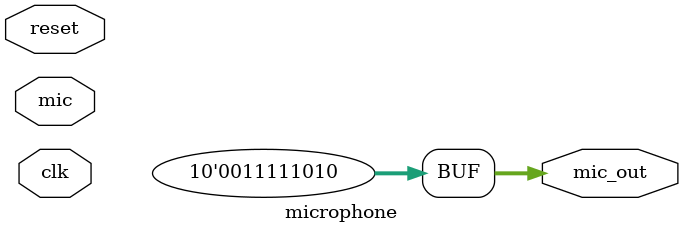
<source format=sv>
module microphone (
    input logic clk,
    input logic reset,
    input logic [11:0] mic,

    output logic [9:0] mic_out
);

// TODO: Work on microphone 

assign mic_out = 250;

endmodule
</source>
